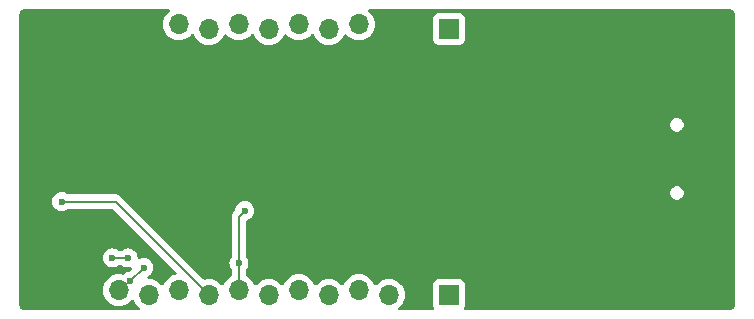
<source format=gbr>
%TF.GenerationSoftware,KiCad,Pcbnew,8.0.1*%
%TF.CreationDate,2024-04-17T00:28:09-04:00*%
%TF.ProjectId,NerdNOS,4e657264-4e4f-4532-9e6b-696361645f70,rev?*%
%TF.SameCoordinates,Original*%
%TF.FileFunction,Copper,L2,Bot*%
%TF.FilePolarity,Positive*%
%FSLAX46Y46*%
G04 Gerber Fmt 4.6, Leading zero omitted, Abs format (unit mm)*
G04 Created by KiCad (PCBNEW 8.0.1) date 2024-04-17 00:28:09*
%MOMM*%
%LPD*%
G01*
G04 APERTURE LIST*
%TA.AperFunction,ComponentPad*%
%ADD10R,1.700000X1.700000*%
%TD*%
%TA.AperFunction,ComponentPad*%
%ADD11O,1.700000X1.700000*%
%TD*%
%TA.AperFunction,ComponentPad*%
%ADD12O,2.100000X1.000000*%
%TD*%
%TA.AperFunction,ComponentPad*%
%ADD13O,1.800000X1.000000*%
%TD*%
%TA.AperFunction,ViaPad*%
%ADD14C,0.600000*%
%TD*%
%TA.AperFunction,Conductor*%
%ADD15C,0.200000*%
%TD*%
G04 APERTURE END LIST*
D10*
%TO.P,J2,1,Pin_1*%
%TO.N,/BM1397/VBUS*%
X116690000Y-77700000D03*
D11*
%TO.P,J2,2,Pin_2*%
%TO.N,GND*%
X114150000Y-77300000D03*
%TO.P,J2,3,Pin_3*%
%TO.N,unconnected-(J2-Pin_3-Pad3)*%
X111610000Y-77700000D03*
%TO.P,J2,4,Pin_4*%
%TO.N,unconnected-(J2-Pin_4-Pad4)*%
X109070000Y-77300000D03*
%TO.P,J2,5,Pin_5*%
%TO.N,unconnected-(J2-Pin_5-Pad5)*%
X106530000Y-77700000D03*
%TO.P,J2,6,Pin_6*%
%TO.N,unconnected-(J2-Pin_6-Pad6)*%
X103990000Y-77300000D03*
%TO.P,J2,7,Pin_7*%
%TO.N,unconnected-(J2-Pin_7-Pad7)*%
X101450000Y-77700000D03*
%TO.P,J2,8,Pin_8*%
%TO.N,/T_Display_S3/GPIO10*%
X98910000Y-77300000D03*
%TO.P,J2,9,Pin_9*%
%TO.N,/BM1397/RST*%
X96370000Y-77700000D03*
%TO.P,J2,10,Pin_10*%
%TO.N,/T_Display_S3/GPIO2*%
X93830000Y-77300000D03*
%TO.P,J2,11,Pin_11*%
%TO.N,/T_Display_S3/GPIO1*%
X91290000Y-77700000D03*
%TO.P,J2,12,Pin_12*%
%TO.N,/BM1397/3V3*%
X88750000Y-77300000D03*
%TD*%
D10*
%TO.P,J1,1,Pin_1*%
%TO.N,unconnected-(J1-Pin_1-Pad1)*%
X116690000Y-55200000D03*
D11*
%TO.P,J1,2,Pin_2*%
%TO.N,GND*%
X114150000Y-54800000D03*
%TO.P,J1,3,Pin_3*%
X111610000Y-55200000D03*
%TO.P,J1,4,Pin_4*%
%TO.N,unconnected-(J1-Pin_4-Pad4)*%
X109070000Y-54800000D03*
%TO.P,J1,5,Pin_5*%
%TO.N,unconnected-(J1-Pin_5-Pad5)*%
X106530000Y-55200000D03*
%TO.P,J1,6,Pin_6*%
%TO.N,unconnected-(J1-Pin_6-Pad6)*%
X103990000Y-54800000D03*
%TO.P,J1,7,Pin_7*%
%TO.N,unconnected-(J1-Pin_7-Pad7)*%
X101450000Y-55200000D03*
%TO.P,J1,8,Pin_8*%
%TO.N,unconnected-(J1-Pin_8-Pad8)*%
X98910000Y-54800000D03*
%TO.P,J1,9,Pin_9*%
%TO.N,unconnected-(J1-Pin_9-Pad9)*%
X96370000Y-55200000D03*
%TO.P,J1,10,Pin_10*%
%TO.N,unconnected-(J1-Pin_10-Pad10)*%
X93830000Y-54800000D03*
%TO.P,J1,11,Pin_11*%
%TO.N,GND*%
X91290000Y-55200000D03*
%TO.P,J1,12,Pin_12*%
X88750000Y-54800000D03*
%TD*%
D12*
%TO.P,J3,S1,SHIELD*%
%TO.N,GND*%
X135485000Y-70510000D03*
D13*
X139665000Y-70510000D03*
D12*
X135485000Y-61870000D03*
D13*
X139665000Y-61870000D03*
%TD*%
D14*
%TO.N,/BM1397/RST*%
X83900000Y-69800000D03*
%TO.N,GND*%
X87600000Y-67700000D03*
X99400000Y-65100000D03*
X104050000Y-65700000D03*
X101050000Y-64700000D03*
X121200000Y-73200000D03*
X126970000Y-64480000D03*
X105050000Y-66700000D03*
X105600000Y-61200000D03*
X85450063Y-73288993D03*
X115612851Y-57176045D03*
X104050000Y-64700000D03*
X105050000Y-63700000D03*
X126300000Y-65250000D03*
X120220000Y-69580000D03*
X101050000Y-68700000D03*
X84400000Y-56800000D03*
X102050000Y-66700000D03*
X103050000Y-63700000D03*
X90100000Y-65200000D03*
X119930000Y-70800000D03*
X117890000Y-70830000D03*
X103050000Y-68700000D03*
X103050000Y-64700000D03*
X105050000Y-68700000D03*
X125670000Y-64480000D03*
X104050000Y-63700000D03*
X104050000Y-66700000D03*
X101050000Y-65700000D03*
X88000000Y-61100000D03*
X83109999Y-64124265D03*
X85546787Y-71457468D03*
X101050000Y-63700000D03*
X93677036Y-61494171D03*
X115605202Y-75309066D03*
X102050000Y-64700000D03*
X102100000Y-71700000D03*
X123390000Y-74150000D03*
X86255604Y-62397971D03*
X82300000Y-67680000D03*
X94000000Y-72000000D03*
X103050000Y-66700000D03*
X105050000Y-67700000D03*
X133800000Y-66290000D03*
X94200000Y-63700000D03*
X105050000Y-64700000D03*
X94100000Y-69000000D03*
X126300000Y-63700000D03*
X102050000Y-68700000D03*
X91100000Y-63900000D03*
X86400000Y-61000000D03*
X117890000Y-69600000D03*
X125670000Y-65980000D03*
X101050000Y-67700000D03*
X102020000Y-61000000D03*
X104050000Y-68700000D03*
X121110000Y-70780000D03*
X103050000Y-67700000D03*
X104050000Y-67700000D03*
X88900000Y-64300000D03*
X126300000Y-66800000D03*
X93400000Y-66200000D03*
X102050000Y-67700000D03*
X120200000Y-73300000D03*
X105050000Y-65700000D03*
X133800000Y-65390000D03*
X102050000Y-63700000D03*
X101050000Y-66700000D03*
X90000000Y-66100000D03*
X126970000Y-65980000D03*
X102050000Y-65700000D03*
X103050000Y-65700000D03*
%TO.N,/BM1397/3V3*%
X90856372Y-75393628D03*
X89725000Y-76525000D03*
%TO.N,/T_Display_S3/GPIO2*%
X89525735Y-74574265D03*
X88200000Y-74574265D03*
%TO.N,/T_Display_S3/GPIO10*%
X99400000Y-70580000D03*
X98910000Y-75000000D03*
%TD*%
D15*
%TO.N,/BM1397/RST*%
X88470000Y-69800000D02*
X83900000Y-69800000D01*
X96370000Y-77700000D02*
X88470000Y-69800000D01*
%TO.N,/BM1397/3V3*%
X90856372Y-75393628D02*
X89725000Y-76525000D01*
%TO.N,/T_Display_S3/GPIO2*%
X89525735Y-74574265D02*
X88200000Y-74574265D01*
%TO.N,/T_Display_S3/GPIO10*%
X99400000Y-70580000D02*
X98910000Y-71070000D01*
X98910000Y-75000000D02*
X98910000Y-77500000D01*
X98910000Y-74100000D02*
X98910000Y-75000000D01*
X98910000Y-71070000D02*
X98910000Y-74100000D01*
%TD*%
%TA.AperFunction,Conductor*%
%TO.N,GND*%
G36*
X93005828Y-53519685D02*
G01*
X93051583Y-53572489D01*
X93061527Y-53641647D01*
X93032502Y-53705203D01*
X93009912Y-53725575D01*
X92958597Y-53761505D01*
X92791505Y-53928597D01*
X92655965Y-54122169D01*
X92655964Y-54122171D01*
X92556098Y-54336335D01*
X92556094Y-54336344D01*
X92494938Y-54564586D01*
X92494936Y-54564596D01*
X92474341Y-54799999D01*
X92474341Y-54800000D01*
X92494936Y-55035403D01*
X92494938Y-55035413D01*
X92556094Y-55263655D01*
X92556096Y-55263659D01*
X92556097Y-55263663D01*
X92626820Y-55415328D01*
X92655965Y-55477830D01*
X92655967Y-55477834D01*
X92762397Y-55629830D01*
X92791505Y-55671401D01*
X92958599Y-55838495D01*
X93014775Y-55877830D01*
X93152165Y-55974032D01*
X93152167Y-55974033D01*
X93152170Y-55974035D01*
X93366337Y-56073903D01*
X93594592Y-56135063D01*
X93782918Y-56151539D01*
X93829999Y-56155659D01*
X93830000Y-56155659D01*
X93830001Y-56155659D01*
X93869234Y-56152226D01*
X94065408Y-56135063D01*
X94293663Y-56073903D01*
X94507830Y-55974035D01*
X94701401Y-55838495D01*
X94868495Y-55671401D01*
X94884091Y-55649127D01*
X94938664Y-55605504D01*
X95008162Y-55598309D01*
X95070518Y-55629830D01*
X95098047Y-55667846D01*
X95195965Y-55877830D01*
X95195967Y-55877834D01*
X95304281Y-56032521D01*
X95331505Y-56071401D01*
X95498599Y-56238495D01*
X95595384Y-56306265D01*
X95692165Y-56374032D01*
X95692167Y-56374033D01*
X95692170Y-56374035D01*
X95906337Y-56473903D01*
X96134592Y-56535063D01*
X96311034Y-56550500D01*
X96369999Y-56555659D01*
X96370000Y-56555659D01*
X96370001Y-56555659D01*
X96428966Y-56550500D01*
X96605408Y-56535063D01*
X96833663Y-56473903D01*
X97047830Y-56374035D01*
X97241401Y-56238495D01*
X97408495Y-56071401D01*
X97544035Y-55877830D01*
X97641952Y-55667844D01*
X97688124Y-55615407D01*
X97755318Y-55596255D01*
X97822199Y-55616471D01*
X97855909Y-55649128D01*
X97871500Y-55671395D01*
X97871505Y-55671401D01*
X98038599Y-55838495D01*
X98094775Y-55877830D01*
X98232165Y-55974032D01*
X98232167Y-55974033D01*
X98232170Y-55974035D01*
X98446337Y-56073903D01*
X98674592Y-56135063D01*
X98862918Y-56151539D01*
X98909999Y-56155659D01*
X98910000Y-56155659D01*
X98910001Y-56155659D01*
X98949234Y-56152226D01*
X99145408Y-56135063D01*
X99373663Y-56073903D01*
X99587830Y-55974035D01*
X99781401Y-55838495D01*
X99948495Y-55671401D01*
X99964091Y-55649127D01*
X100018664Y-55605504D01*
X100088162Y-55598309D01*
X100150518Y-55629830D01*
X100178047Y-55667846D01*
X100275965Y-55877830D01*
X100275967Y-55877834D01*
X100384281Y-56032521D01*
X100411505Y-56071401D01*
X100578599Y-56238495D01*
X100675384Y-56306265D01*
X100772165Y-56374032D01*
X100772167Y-56374033D01*
X100772170Y-56374035D01*
X100986337Y-56473903D01*
X101214592Y-56535063D01*
X101391034Y-56550500D01*
X101449999Y-56555659D01*
X101450000Y-56555659D01*
X101450001Y-56555659D01*
X101508966Y-56550500D01*
X101685408Y-56535063D01*
X101913663Y-56473903D01*
X102127830Y-56374035D01*
X102321401Y-56238495D01*
X102488495Y-56071401D01*
X102624035Y-55877830D01*
X102721952Y-55667844D01*
X102768124Y-55615407D01*
X102835318Y-55596255D01*
X102902199Y-55616471D01*
X102935909Y-55649128D01*
X102951500Y-55671395D01*
X102951505Y-55671401D01*
X103118599Y-55838495D01*
X103174775Y-55877830D01*
X103312165Y-55974032D01*
X103312167Y-55974033D01*
X103312170Y-55974035D01*
X103526337Y-56073903D01*
X103754592Y-56135063D01*
X103942918Y-56151539D01*
X103989999Y-56155659D01*
X103990000Y-56155659D01*
X103990001Y-56155659D01*
X104029234Y-56152226D01*
X104225408Y-56135063D01*
X104453663Y-56073903D01*
X104667830Y-55974035D01*
X104861401Y-55838495D01*
X105028495Y-55671401D01*
X105044091Y-55649127D01*
X105098664Y-55605504D01*
X105168162Y-55598309D01*
X105230518Y-55629830D01*
X105258047Y-55667846D01*
X105355965Y-55877830D01*
X105355967Y-55877834D01*
X105464281Y-56032521D01*
X105491505Y-56071401D01*
X105658599Y-56238495D01*
X105755384Y-56306265D01*
X105852165Y-56374032D01*
X105852167Y-56374033D01*
X105852170Y-56374035D01*
X106066337Y-56473903D01*
X106294592Y-56535063D01*
X106471034Y-56550500D01*
X106529999Y-56555659D01*
X106530000Y-56555659D01*
X106530001Y-56555659D01*
X106588966Y-56550500D01*
X106765408Y-56535063D01*
X106993663Y-56473903D01*
X107207830Y-56374035D01*
X107401401Y-56238495D01*
X107568495Y-56071401D01*
X107704035Y-55877830D01*
X107801952Y-55667844D01*
X107848124Y-55615407D01*
X107915318Y-55596255D01*
X107982199Y-55616471D01*
X108015909Y-55649128D01*
X108031500Y-55671395D01*
X108031505Y-55671401D01*
X108198599Y-55838495D01*
X108254775Y-55877830D01*
X108392165Y-55974032D01*
X108392167Y-55974033D01*
X108392170Y-55974035D01*
X108606337Y-56073903D01*
X108834592Y-56135063D01*
X109022918Y-56151539D01*
X109069999Y-56155659D01*
X109070000Y-56155659D01*
X109070001Y-56155659D01*
X109109234Y-56152226D01*
X109305408Y-56135063D01*
X109444216Y-56097870D01*
X115339500Y-56097870D01*
X115339501Y-56097876D01*
X115345908Y-56157483D01*
X115396202Y-56292328D01*
X115396206Y-56292335D01*
X115482452Y-56407544D01*
X115482455Y-56407547D01*
X115597664Y-56493793D01*
X115597671Y-56493797D01*
X115732517Y-56544091D01*
X115732516Y-56544091D01*
X115739444Y-56544835D01*
X115792127Y-56550500D01*
X117587872Y-56550499D01*
X117647483Y-56544091D01*
X117782331Y-56493796D01*
X117897546Y-56407546D01*
X117983796Y-56292331D01*
X118034091Y-56157483D01*
X118040500Y-56097873D01*
X118040499Y-54302128D01*
X118034091Y-54242517D01*
X117983796Y-54107669D01*
X117983795Y-54107668D01*
X117983793Y-54107664D01*
X117897547Y-53992455D01*
X117897544Y-53992452D01*
X117782335Y-53906206D01*
X117782328Y-53906202D01*
X117647482Y-53855908D01*
X117647483Y-53855908D01*
X117587883Y-53849501D01*
X117587881Y-53849500D01*
X117587873Y-53849500D01*
X117587864Y-53849500D01*
X115792129Y-53849500D01*
X115792123Y-53849501D01*
X115732516Y-53855908D01*
X115597671Y-53906202D01*
X115597664Y-53906206D01*
X115482455Y-53992452D01*
X115482452Y-53992455D01*
X115396206Y-54107664D01*
X115396202Y-54107671D01*
X115345908Y-54242517D01*
X115339501Y-54302116D01*
X115339501Y-54302123D01*
X115339500Y-54302135D01*
X115339500Y-56097870D01*
X109444216Y-56097870D01*
X109533663Y-56073903D01*
X109747830Y-55974035D01*
X109941401Y-55838495D01*
X110108495Y-55671401D01*
X110244035Y-55477830D01*
X110343903Y-55263663D01*
X110405063Y-55035408D01*
X110425659Y-54800000D01*
X110405063Y-54564592D01*
X110343903Y-54336337D01*
X110244035Y-54122171D01*
X110233878Y-54107664D01*
X110108494Y-53928597D01*
X109941402Y-53761506D01*
X109941396Y-53761501D01*
X109890088Y-53725575D01*
X109846463Y-53670998D01*
X109839269Y-53601500D01*
X109870792Y-53539145D01*
X109931022Y-53503731D01*
X109961211Y-53500000D01*
X140397978Y-53500000D01*
X140402021Y-53500066D01*
X140406710Y-53500218D01*
X140451282Y-53501673D01*
X140479325Y-53505831D01*
X140576403Y-53531843D01*
X140606301Y-53544227D01*
X140691558Y-53593450D01*
X140717237Y-53613155D01*
X140786844Y-53682762D01*
X140806550Y-53708443D01*
X140837185Y-53761505D01*
X140855770Y-53793694D01*
X140868158Y-53823601D01*
X140894167Y-53920670D01*
X140898326Y-53948717D01*
X140899934Y-53997975D01*
X140900000Y-54002021D01*
X140900000Y-78497978D01*
X140899934Y-78502024D01*
X140898326Y-78551282D01*
X140894167Y-78579329D01*
X140868158Y-78676398D01*
X140855770Y-78706305D01*
X140806550Y-78791556D01*
X140786844Y-78817237D01*
X140717237Y-78886844D01*
X140691556Y-78906550D01*
X140606305Y-78955770D01*
X140576398Y-78968158D01*
X140479329Y-78994167D01*
X140451282Y-78998326D01*
X140406973Y-78999772D01*
X140402020Y-78999934D01*
X140397978Y-79000000D01*
X118076057Y-79000000D01*
X118009018Y-78980315D01*
X117963263Y-78927511D01*
X117953319Y-78858353D01*
X117976792Y-78801687D01*
X117983795Y-78792332D01*
X117983796Y-78792331D01*
X118034091Y-78657483D01*
X118040500Y-78597873D01*
X118040499Y-76802128D01*
X118034091Y-76742517D01*
X117983796Y-76607669D01*
X117983795Y-76607668D01*
X117983793Y-76607664D01*
X117897547Y-76492455D01*
X117897544Y-76492452D01*
X117782335Y-76406206D01*
X117782328Y-76406202D01*
X117647482Y-76355908D01*
X117647483Y-76355908D01*
X117587883Y-76349501D01*
X117587881Y-76349500D01*
X117587873Y-76349500D01*
X117587864Y-76349500D01*
X115792129Y-76349500D01*
X115792123Y-76349501D01*
X115732516Y-76355908D01*
X115597671Y-76406202D01*
X115597664Y-76406206D01*
X115482455Y-76492452D01*
X115482452Y-76492455D01*
X115396206Y-76607664D01*
X115396202Y-76607671D01*
X115345908Y-76742517D01*
X115339501Y-76802116D01*
X115339501Y-76802123D01*
X115339500Y-76802135D01*
X115339500Y-78597870D01*
X115339501Y-78597876D01*
X115345908Y-78657483D01*
X115396202Y-78792328D01*
X115396204Y-78792332D01*
X115403208Y-78801687D01*
X115427627Y-78867151D01*
X115412777Y-78935424D01*
X115363373Y-78984831D01*
X115303943Y-79000000D01*
X112501211Y-79000000D01*
X112434172Y-78980315D01*
X112388417Y-78927511D01*
X112378473Y-78858353D01*
X112407498Y-78794797D01*
X112430088Y-78774425D01*
X112445595Y-78763566D01*
X112481401Y-78738495D01*
X112648495Y-78571401D01*
X112784035Y-78377830D01*
X112883903Y-78163663D01*
X112945063Y-77935408D01*
X112965659Y-77700000D01*
X112945063Y-77464592D01*
X112883903Y-77236337D01*
X112784035Y-77022171D01*
X112677601Y-76870166D01*
X112648494Y-76828597D01*
X112481402Y-76661506D01*
X112481395Y-76661501D01*
X112287834Y-76525967D01*
X112287830Y-76525965D01*
X112287828Y-76525964D01*
X112073663Y-76426097D01*
X112073659Y-76426096D01*
X112073655Y-76426094D01*
X111845413Y-76364938D01*
X111845403Y-76364936D01*
X111610001Y-76344341D01*
X111609999Y-76344341D01*
X111374596Y-76364936D01*
X111374586Y-76364938D01*
X111146344Y-76426094D01*
X111146337Y-76426096D01*
X111146337Y-76426097D01*
X111132816Y-76432401D01*
X110932171Y-76525964D01*
X110932169Y-76525965D01*
X110738597Y-76661505D01*
X110571506Y-76828596D01*
X110555908Y-76850873D01*
X110501330Y-76894497D01*
X110431832Y-76901689D01*
X110369478Y-76870166D01*
X110341952Y-76832153D01*
X110244035Y-76622171D01*
X110244034Y-76622169D01*
X110108494Y-76428597D01*
X109941402Y-76261506D01*
X109941395Y-76261501D01*
X109747834Y-76125967D01*
X109747830Y-76125965D01*
X109644855Y-76077947D01*
X109533663Y-76026097D01*
X109533659Y-76026096D01*
X109533655Y-76026094D01*
X109305413Y-75964938D01*
X109305403Y-75964936D01*
X109070001Y-75944341D01*
X109069999Y-75944341D01*
X108834596Y-75964936D01*
X108834586Y-75964938D01*
X108606344Y-76026094D01*
X108606335Y-76026098D01*
X108392171Y-76125964D01*
X108392169Y-76125965D01*
X108198597Y-76261505D01*
X108031505Y-76428597D01*
X107895965Y-76622169D01*
X107895964Y-76622171D01*
X107798047Y-76832153D01*
X107751874Y-76884592D01*
X107684681Y-76903744D01*
X107617799Y-76883528D01*
X107584089Y-76850870D01*
X107570983Y-76832153D01*
X107568495Y-76828599D01*
X107568493Y-76828597D01*
X107568492Y-76828595D01*
X107401402Y-76661506D01*
X107401395Y-76661501D01*
X107207834Y-76525967D01*
X107207830Y-76525965D01*
X107207828Y-76525964D01*
X106993663Y-76426097D01*
X106993659Y-76426096D01*
X106993655Y-76426094D01*
X106765413Y-76364938D01*
X106765403Y-76364936D01*
X106530001Y-76344341D01*
X106529999Y-76344341D01*
X106294596Y-76364936D01*
X106294586Y-76364938D01*
X106066344Y-76426094D01*
X106066337Y-76426096D01*
X106066337Y-76426097D01*
X106052816Y-76432401D01*
X105852171Y-76525964D01*
X105852169Y-76525965D01*
X105658597Y-76661505D01*
X105491506Y-76828596D01*
X105475908Y-76850873D01*
X105421330Y-76894497D01*
X105351832Y-76901689D01*
X105289478Y-76870166D01*
X105261952Y-76832153D01*
X105164035Y-76622171D01*
X105164034Y-76622169D01*
X105028494Y-76428597D01*
X104861402Y-76261506D01*
X104861395Y-76261501D01*
X104667834Y-76125967D01*
X104667830Y-76125965D01*
X104564855Y-76077947D01*
X104453663Y-76026097D01*
X104453659Y-76026096D01*
X104453655Y-76026094D01*
X104225413Y-75964938D01*
X104225403Y-75964936D01*
X103990001Y-75944341D01*
X103989999Y-75944341D01*
X103754596Y-75964936D01*
X103754586Y-75964938D01*
X103526344Y-76026094D01*
X103526335Y-76026098D01*
X103312171Y-76125964D01*
X103312169Y-76125965D01*
X103118597Y-76261505D01*
X102951505Y-76428597D01*
X102815965Y-76622169D01*
X102815964Y-76622171D01*
X102718047Y-76832153D01*
X102671874Y-76884592D01*
X102604681Y-76903744D01*
X102537799Y-76883528D01*
X102504089Y-76850870D01*
X102490983Y-76832153D01*
X102488495Y-76828599D01*
X102488493Y-76828597D01*
X102488492Y-76828595D01*
X102321402Y-76661506D01*
X102321395Y-76661501D01*
X102127834Y-76525967D01*
X102127830Y-76525965D01*
X102127828Y-76525964D01*
X101913663Y-76426097D01*
X101913659Y-76426096D01*
X101913655Y-76426094D01*
X101685413Y-76364938D01*
X101685403Y-76364936D01*
X101450001Y-76344341D01*
X101449999Y-76344341D01*
X101214596Y-76364936D01*
X101214586Y-76364938D01*
X100986344Y-76426094D01*
X100986337Y-76426096D01*
X100986337Y-76426097D01*
X100972816Y-76432401D01*
X100772171Y-76525964D01*
X100772169Y-76525965D01*
X100578597Y-76661505D01*
X100411506Y-76828596D01*
X100395908Y-76850873D01*
X100341330Y-76894497D01*
X100271832Y-76901689D01*
X100209478Y-76870166D01*
X100181952Y-76832153D01*
X100084035Y-76622171D01*
X100084034Y-76622169D01*
X99948494Y-76428597D01*
X99781402Y-76261506D01*
X99781395Y-76261501D01*
X99587831Y-76125965D01*
X99587826Y-76125962D01*
X99582091Y-76123288D01*
X99529653Y-76077113D01*
X99510500Y-76010908D01*
X99510500Y-75582412D01*
X99530185Y-75515373D01*
X99537555Y-75505097D01*
X99539810Y-75502267D01*
X99539816Y-75502262D01*
X99635789Y-75349522D01*
X99695368Y-75179255D01*
X99695369Y-75179249D01*
X99715565Y-75000003D01*
X99715565Y-74999996D01*
X99695369Y-74820750D01*
X99695368Y-74820745D01*
X99671845Y-74753520D01*
X99635789Y-74650478D01*
X99539816Y-74497738D01*
X99539814Y-74497736D01*
X99539813Y-74497734D01*
X99537550Y-74494896D01*
X99536659Y-74492715D01*
X99536111Y-74491842D01*
X99536264Y-74491745D01*
X99511144Y-74430209D01*
X99510500Y-74417587D01*
X99510500Y-71477409D01*
X99530185Y-71410370D01*
X99582989Y-71364615D01*
X99593539Y-71360369D01*
X99749522Y-71305789D01*
X99902262Y-71209816D01*
X100029816Y-71082262D01*
X100125789Y-70929522D01*
X100185368Y-70759255D01*
X100187896Y-70736818D01*
X100205565Y-70580003D01*
X100205565Y-70579996D01*
X100185369Y-70400750D01*
X100185368Y-70400745D01*
X100125788Y-70230476D01*
X100086582Y-70168080D01*
X100029816Y-70077738D01*
X99902262Y-69950184D01*
X99749523Y-69854211D01*
X99579254Y-69794631D01*
X99579249Y-69794630D01*
X99400004Y-69774435D01*
X99399996Y-69774435D01*
X99220750Y-69794630D01*
X99220745Y-69794631D01*
X99050476Y-69854211D01*
X98897737Y-69950184D01*
X98770184Y-70077737D01*
X98674210Y-70230478D01*
X98614630Y-70400750D01*
X98604837Y-70487667D01*
X98577770Y-70552081D01*
X98569298Y-70561464D01*
X98534237Y-70596524D01*
X98534212Y-70596552D01*
X98429477Y-70701287D01*
X98408966Y-70736816D01*
X98408965Y-70736818D01*
X98350423Y-70838215D01*
X98309499Y-70990943D01*
X98309499Y-70990945D01*
X98309499Y-71159046D01*
X98309500Y-71159059D01*
X98309500Y-74417587D01*
X98289815Y-74484626D01*
X98282450Y-74494896D01*
X98280186Y-74497734D01*
X98184211Y-74650476D01*
X98124631Y-74820745D01*
X98124630Y-74820750D01*
X98104435Y-74999996D01*
X98104435Y-75000003D01*
X98124630Y-75179249D01*
X98124631Y-75179254D01*
X98184211Y-75349523D01*
X98280185Y-75502263D01*
X98282445Y-75505097D01*
X98283334Y-75507275D01*
X98283889Y-75508158D01*
X98283734Y-75508255D01*
X98308855Y-75569783D01*
X98309500Y-75582412D01*
X98309500Y-76010908D01*
X98289815Y-76077947D01*
X98237914Y-76123286D01*
X98232173Y-76125963D01*
X98232169Y-76125965D01*
X98038597Y-76261505D01*
X97871505Y-76428597D01*
X97735965Y-76622169D01*
X97735964Y-76622171D01*
X97638047Y-76832153D01*
X97591874Y-76884592D01*
X97524681Y-76903744D01*
X97457799Y-76883528D01*
X97424089Y-76850870D01*
X97410983Y-76832153D01*
X97408495Y-76828599D01*
X97408493Y-76828597D01*
X97408492Y-76828595D01*
X97241402Y-76661506D01*
X97241395Y-76661501D01*
X97047834Y-76525967D01*
X97047830Y-76525965D01*
X97047828Y-76525964D01*
X96833663Y-76426097D01*
X96833659Y-76426096D01*
X96833655Y-76426094D01*
X96605413Y-76364938D01*
X96605403Y-76364936D01*
X96370001Y-76344341D01*
X96369999Y-76344341D01*
X96134596Y-76364936D01*
X96134583Y-76364939D01*
X96006241Y-76399327D01*
X95936392Y-76397664D01*
X95886468Y-76367233D01*
X88957590Y-69438355D01*
X88957588Y-69438352D01*
X88838717Y-69319481D01*
X88838709Y-69319475D01*
X88736936Y-69260717D01*
X88736934Y-69260716D01*
X88701790Y-69240425D01*
X88701789Y-69240424D01*
X88689263Y-69237067D01*
X88549057Y-69199499D01*
X88390943Y-69199499D01*
X88383347Y-69199499D01*
X88383331Y-69199500D01*
X84482412Y-69199500D01*
X84415373Y-69179815D01*
X84405097Y-69172445D01*
X84402263Y-69170185D01*
X84402262Y-69170184D01*
X84379315Y-69155765D01*
X135409500Y-69155765D01*
X135448719Y-69302136D01*
X135486602Y-69367750D01*
X135524485Y-69433365D01*
X135631635Y-69540515D01*
X135762865Y-69616281D01*
X135909234Y-69655500D01*
X135909236Y-69655500D01*
X136060764Y-69655500D01*
X136060766Y-69655500D01*
X136207135Y-69616281D01*
X136338365Y-69540515D01*
X136445515Y-69433365D01*
X136521281Y-69302135D01*
X136560500Y-69155766D01*
X136560500Y-69004234D01*
X136521281Y-68857865D01*
X136445515Y-68726635D01*
X136338365Y-68619485D01*
X136272750Y-68581602D01*
X136207136Y-68543719D01*
X136133950Y-68524109D01*
X136060766Y-68504500D01*
X135909234Y-68504500D01*
X135762863Y-68543719D01*
X135631635Y-68619485D01*
X135631632Y-68619487D01*
X135524487Y-68726632D01*
X135524485Y-68726635D01*
X135448719Y-68857863D01*
X135409500Y-69004234D01*
X135409500Y-69155765D01*
X84379315Y-69155765D01*
X84345496Y-69134515D01*
X84249523Y-69074211D01*
X84079254Y-69014631D01*
X84079249Y-69014630D01*
X83900004Y-68994435D01*
X83899996Y-68994435D01*
X83720750Y-69014630D01*
X83720745Y-69014631D01*
X83550476Y-69074211D01*
X83397737Y-69170184D01*
X83270184Y-69297737D01*
X83174211Y-69450476D01*
X83114631Y-69620745D01*
X83114630Y-69620750D01*
X83094435Y-69799996D01*
X83094435Y-69800003D01*
X83114630Y-69979249D01*
X83114631Y-69979254D01*
X83174211Y-70149523D01*
X83225078Y-70230476D01*
X83270184Y-70302262D01*
X83397738Y-70429816D01*
X83550478Y-70525789D01*
X83705393Y-70579996D01*
X83720745Y-70585368D01*
X83720750Y-70585369D01*
X83899996Y-70605565D01*
X83900000Y-70605565D01*
X83900004Y-70605565D01*
X84079249Y-70585369D01*
X84079252Y-70585368D01*
X84079255Y-70585368D01*
X84249522Y-70525789D01*
X84402262Y-70429816D01*
X84402267Y-70429810D01*
X84405097Y-70427555D01*
X84407275Y-70426665D01*
X84408158Y-70426111D01*
X84408255Y-70426265D01*
X84469783Y-70401145D01*
X84482412Y-70400500D01*
X88169903Y-70400500D01*
X88236942Y-70420185D01*
X88257584Y-70436819D01*
X93593447Y-75772682D01*
X93626932Y-75834005D01*
X93621948Y-75903697D01*
X93580076Y-75959630D01*
X93537859Y-75980138D01*
X93366344Y-76026094D01*
X93366335Y-76026098D01*
X93152171Y-76125964D01*
X93152169Y-76125965D01*
X92958597Y-76261505D01*
X92791505Y-76428597D01*
X92655965Y-76622169D01*
X92655964Y-76622171D01*
X92558047Y-76832153D01*
X92511874Y-76884592D01*
X92444681Y-76903744D01*
X92377799Y-76883528D01*
X92344089Y-76850870D01*
X92330983Y-76832153D01*
X92328495Y-76828599D01*
X92328493Y-76828597D01*
X92328492Y-76828595D01*
X92161402Y-76661506D01*
X92161395Y-76661501D01*
X91967834Y-76525967D01*
X91967830Y-76525965D01*
X91967828Y-76525964D01*
X91753663Y-76426097D01*
X91753659Y-76426096D01*
X91753655Y-76426094D01*
X91525413Y-76364938D01*
X91525403Y-76364936D01*
X91290001Y-76344341D01*
X91289996Y-76344341D01*
X91288131Y-76344504D01*
X91287320Y-76344341D01*
X91284586Y-76344341D01*
X91284586Y-76343791D01*
X91219632Y-76330732D01*
X91169453Y-76282113D01*
X91153525Y-76214083D01*
X91176905Y-76148241D01*
X91211358Y-76115983D01*
X91358634Y-76023444D01*
X91486188Y-75895890D01*
X91582161Y-75743150D01*
X91641740Y-75572883D01*
X91641741Y-75572877D01*
X91661937Y-75393631D01*
X91661937Y-75393624D01*
X91641741Y-75214378D01*
X91641740Y-75214373D01*
X91638138Y-75204079D01*
X91582161Y-75044106D01*
X91486188Y-74891366D01*
X91358634Y-74763812D01*
X91342245Y-74753514D01*
X91205895Y-74667839D01*
X91035626Y-74608259D01*
X91035621Y-74608258D01*
X90856376Y-74588063D01*
X90856368Y-74588063D01*
X90677122Y-74608258D01*
X90677117Y-74608259D01*
X90500277Y-74670139D01*
X90499775Y-74668705D01*
X90438845Y-74678737D01*
X90374711Y-74651012D01*
X90335748Y-74593015D01*
X90330769Y-74569548D01*
X90311104Y-74395015D01*
X90311103Y-74395010D01*
X90251523Y-74224741D01*
X90155550Y-74072002D01*
X90027997Y-73944449D01*
X89875258Y-73848476D01*
X89704989Y-73788896D01*
X89704984Y-73788895D01*
X89525739Y-73768700D01*
X89525731Y-73768700D01*
X89346485Y-73788895D01*
X89346480Y-73788896D01*
X89176211Y-73848476D01*
X89023471Y-73944450D01*
X89020638Y-73946710D01*
X89018459Y-73947599D01*
X89017577Y-73948154D01*
X89017479Y-73947999D01*
X88955952Y-73973120D01*
X88943323Y-73973765D01*
X88782412Y-73973765D01*
X88715373Y-73954080D01*
X88705097Y-73946710D01*
X88702263Y-73944450D01*
X88702262Y-73944449D01*
X88645496Y-73908780D01*
X88549523Y-73848476D01*
X88379254Y-73788896D01*
X88379249Y-73788895D01*
X88200004Y-73768700D01*
X88199996Y-73768700D01*
X88020750Y-73788895D01*
X88020745Y-73788896D01*
X87850476Y-73848476D01*
X87697737Y-73944449D01*
X87570184Y-74072002D01*
X87474211Y-74224741D01*
X87414631Y-74395010D01*
X87414630Y-74395015D01*
X87394435Y-74574261D01*
X87394435Y-74574268D01*
X87414630Y-74753514D01*
X87414631Y-74753519D01*
X87474211Y-74923788D01*
X87570184Y-75076527D01*
X87697738Y-75204081D01*
X87850478Y-75300054D01*
X88016473Y-75358138D01*
X88020745Y-75359633D01*
X88020750Y-75359634D01*
X88199996Y-75379830D01*
X88200000Y-75379830D01*
X88200004Y-75379830D01*
X88379249Y-75359634D01*
X88379252Y-75359633D01*
X88379255Y-75359633D01*
X88549522Y-75300054D01*
X88702262Y-75204081D01*
X88702267Y-75204075D01*
X88705097Y-75201820D01*
X88707275Y-75200930D01*
X88708158Y-75200376D01*
X88708255Y-75200530D01*
X88769783Y-75175410D01*
X88782412Y-75174765D01*
X88943323Y-75174765D01*
X89010362Y-75194450D01*
X89020638Y-75201820D01*
X89023471Y-75204079D01*
X89023473Y-75204081D01*
X89176213Y-75300054D01*
X89342208Y-75358138D01*
X89346480Y-75359633D01*
X89346485Y-75359634D01*
X89525731Y-75379830D01*
X89525735Y-75379830D01*
X89525739Y-75379830D01*
X89704984Y-75359634D01*
X89704985Y-75359633D01*
X89704990Y-75359633D01*
X89709262Y-75358137D01*
X89779041Y-75354572D01*
X89839670Y-75389297D01*
X89871901Y-75451289D01*
X89865500Y-75520865D01*
X89837905Y-75562858D01*
X89706465Y-75694298D01*
X89645142Y-75727783D01*
X89632668Y-75729837D01*
X89545750Y-75739630D01*
X89375478Y-75799210D01*
X89222736Y-75895185D01*
X89168192Y-75949728D01*
X89106868Y-75983212D01*
X89048420Y-75981820D01*
X88985408Y-75964937D01*
X88750001Y-75944341D01*
X88749999Y-75944341D01*
X88514596Y-75964936D01*
X88514586Y-75964938D01*
X88286344Y-76026094D01*
X88286335Y-76026098D01*
X88072171Y-76125964D01*
X88072169Y-76125965D01*
X87878597Y-76261505D01*
X87711505Y-76428597D01*
X87575965Y-76622169D01*
X87575964Y-76622171D01*
X87476098Y-76836335D01*
X87476094Y-76836344D01*
X87414938Y-77064586D01*
X87414936Y-77064596D01*
X87394341Y-77299999D01*
X87394341Y-77300000D01*
X87414936Y-77535403D01*
X87414938Y-77535413D01*
X87476094Y-77763655D01*
X87476096Y-77763659D01*
X87476097Y-77763663D01*
X87546820Y-77915328D01*
X87575965Y-77977830D01*
X87575967Y-77977834D01*
X87682397Y-78129830D01*
X87711505Y-78171401D01*
X87878599Y-78338495D01*
X87934775Y-78377830D01*
X88072165Y-78474032D01*
X88072167Y-78474033D01*
X88072170Y-78474035D01*
X88286337Y-78573903D01*
X88514592Y-78635063D01*
X88702918Y-78651539D01*
X88749999Y-78655659D01*
X88750000Y-78655659D01*
X88750001Y-78655659D01*
X88789234Y-78652226D01*
X88985408Y-78635063D01*
X89213663Y-78573903D01*
X89427830Y-78474035D01*
X89621401Y-78338495D01*
X89788495Y-78171401D01*
X89804091Y-78149127D01*
X89858664Y-78105504D01*
X89928162Y-78098309D01*
X89990518Y-78129830D01*
X90018047Y-78167846D01*
X90115965Y-78377830D01*
X90115967Y-78377834D01*
X90251501Y-78571395D01*
X90251506Y-78571402D01*
X90418597Y-78738493D01*
X90418603Y-78738498D01*
X90469912Y-78774425D01*
X90513537Y-78829002D01*
X90520731Y-78898500D01*
X90489208Y-78960855D01*
X90428978Y-78996269D01*
X90398789Y-79000000D01*
X80802022Y-79000000D01*
X80797979Y-78999934D01*
X80792688Y-78999761D01*
X80748717Y-78998326D01*
X80720670Y-78994167D01*
X80623601Y-78968158D01*
X80593694Y-78955770D01*
X80508443Y-78906550D01*
X80482762Y-78886844D01*
X80413155Y-78817237D01*
X80393449Y-78791556D01*
X80344227Y-78706301D01*
X80331843Y-78676403D01*
X80305831Y-78579325D01*
X80301673Y-78551282D01*
X80300066Y-78502021D01*
X80300000Y-78497978D01*
X80300000Y-63375765D01*
X135409500Y-63375765D01*
X135448719Y-63522136D01*
X135486602Y-63587750D01*
X135524485Y-63653365D01*
X135631635Y-63760515D01*
X135762865Y-63836281D01*
X135909234Y-63875500D01*
X135909236Y-63875500D01*
X136060764Y-63875500D01*
X136060766Y-63875500D01*
X136207135Y-63836281D01*
X136338365Y-63760515D01*
X136445515Y-63653365D01*
X136521281Y-63522135D01*
X136560500Y-63375766D01*
X136560500Y-63224234D01*
X136521281Y-63077865D01*
X136445515Y-62946635D01*
X136338365Y-62839485D01*
X136272750Y-62801602D01*
X136207136Y-62763719D01*
X136133950Y-62744109D01*
X136060766Y-62724500D01*
X135909234Y-62724500D01*
X135762863Y-62763719D01*
X135631635Y-62839485D01*
X135631632Y-62839487D01*
X135524487Y-62946632D01*
X135524485Y-62946635D01*
X135448719Y-63077863D01*
X135409500Y-63224234D01*
X135409500Y-63375765D01*
X80300000Y-63375765D01*
X80300000Y-54002021D01*
X80300066Y-53997978D01*
X80301673Y-53948720D01*
X80301674Y-53948717D01*
X80301673Y-53948715D01*
X80305831Y-53920675D01*
X80331843Y-53823594D01*
X80344226Y-53793701D01*
X80393452Y-53708437D01*
X80413151Y-53682766D01*
X80482766Y-53613151D01*
X80508437Y-53593452D01*
X80593701Y-53544226D01*
X80623594Y-53531843D01*
X80720675Y-53505831D01*
X80748715Y-53501673D01*
X80793582Y-53500209D01*
X80797979Y-53500066D01*
X80802022Y-53500000D01*
X92938789Y-53500000D01*
X93005828Y-53519685D01*
G37*
%TD.AperFunction*%
%TD*%
M02*

</source>
